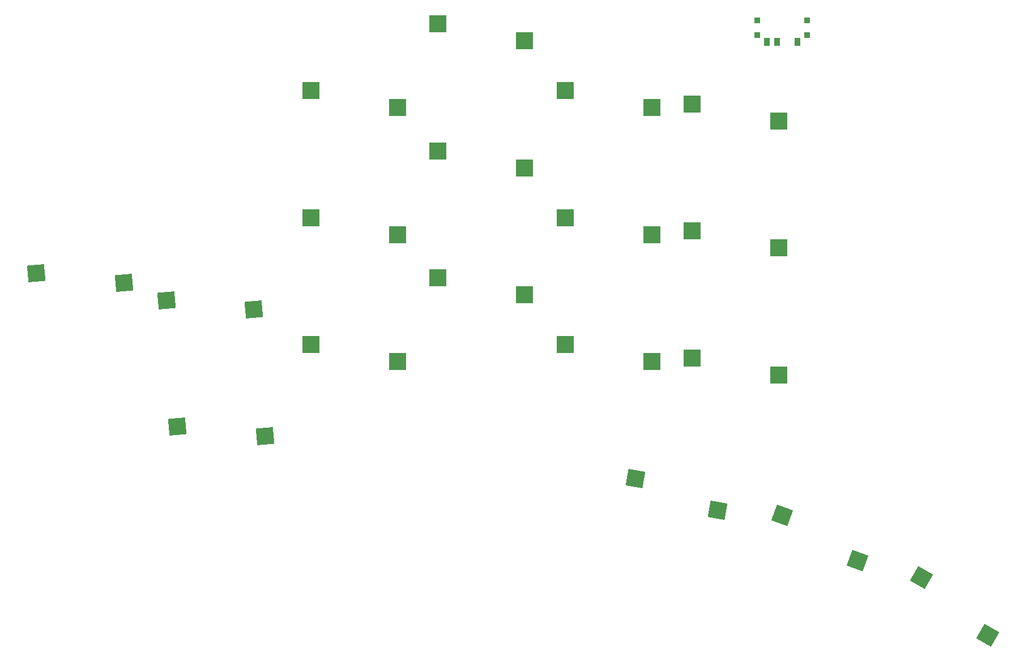
<source format=gbr>
%TF.GenerationSoftware,KiCad,Pcbnew,7.0.6-0*%
%TF.CreationDate,2023-08-12T20:04:25+02:00*%
%TF.ProjectId,jwe,6a77652e-6b69-4636-9164-5f7063625858,v1.0.0*%
%TF.SameCoordinates,Original*%
%TF.FileFunction,Paste,Top*%
%TF.FilePolarity,Positive*%
%FSLAX46Y46*%
G04 Gerber Fmt 4.6, Leading zero omitted, Abs format (unit mm)*
G04 Created by KiCad (PCBNEW 7.0.6-0) date 2023-08-12 20:04:25*
%MOMM*%
%LPD*%
G01*
G04 APERTURE LIST*
G04 Aperture macros list*
%AMRotRect*
0 Rectangle, with rotation*
0 The origin of the aperture is its center*
0 $1 length*
0 $2 width*
0 $3 Rotation angle, in degrees counterclockwise*
0 Add horizontal line*
21,1,$1,$2,0,0,$3*%
G04 Aperture macros list end*
%ADD10R,2.550000X2.500000*%
%ADD11RotRect,2.550000X2.500000X350.000000*%
%ADD12RotRect,2.550000X2.500000X5.000000*%
%ADD13RotRect,2.550000X2.500000X330.000000*%
%ADD14R,0.900000X1.250000*%
%ADD15R,0.900000X0.900000*%
%ADD16RotRect,2.550000X2.500000X340.000000*%
G04 APERTURE END LIST*
D10*
%TO.C,S5*%
X111555138Y-151305149D03*
X124482138Y-153845149D03*
%TD*%
%TO.C,S4*%
X111555138Y-170305156D03*
X124482138Y-172845156D03*
%TD*%
%TO.C,S12*%
X149555134Y-132305153D03*
X162482134Y-134845153D03*
%TD*%
%TO.C,S15*%
X168555139Y-134305155D03*
X181482139Y-136845155D03*
%TD*%
D11*
%TO.C,S16*%
X160026017Y-190367875D03*
X172315560Y-195114037D03*
%TD*%
D10*
%TO.C,S7*%
X130555142Y-160305159D03*
X143482142Y-162845159D03*
%TD*%
D12*
%TO.C,S1*%
X91584175Y-182582287D03*
X104683360Y-183985959D03*
%TD*%
D13*
%TO.C,S18*%
X202822487Y-205143534D03*
X212747597Y-213806738D03*
%TD*%
D10*
%TO.C,S9*%
X143482126Y-124845152D03*
X130555126Y-122305152D03*
%TD*%
%TO.C,S11*%
X149555131Y-151305154D03*
X162482131Y-153845154D03*
%TD*%
%TO.C,S13*%
X168555131Y-172305148D03*
X181482131Y-174845148D03*
%TD*%
%TO.C,S8*%
X143482129Y-143845153D03*
X130555129Y-141305153D03*
%TD*%
%TO.C,S10*%
X149555130Y-170305152D03*
X162482130Y-172845152D03*
%TD*%
D12*
%TO.C,S3*%
X70503733Y-159632232D03*
X83602918Y-161035904D03*
%TD*%
D14*
%TO.C,T2*%
X179747132Y-124960148D03*
X181247132Y-124960148D03*
X184247132Y-124960148D03*
D15*
X185697132Y-123985148D03*
X185697132Y-121785148D03*
X178297132Y-123985148D03*
X178297132Y-121785148D03*
%TD*%
D12*
%TO.C,S2*%
X89928222Y-163654584D03*
X103027407Y-165058256D03*
%TD*%
D10*
%TO.C,S6*%
X111555132Y-132305152D03*
X124482132Y-134845152D03*
%TD*%
D16*
%TO.C,S17*%
X181991298Y-195818193D03*
X193269973Y-202626306D03*
%TD*%
D10*
%TO.C,S14*%
X168555134Y-153305150D03*
X181482134Y-155845150D03*
%TD*%
M02*

</source>
